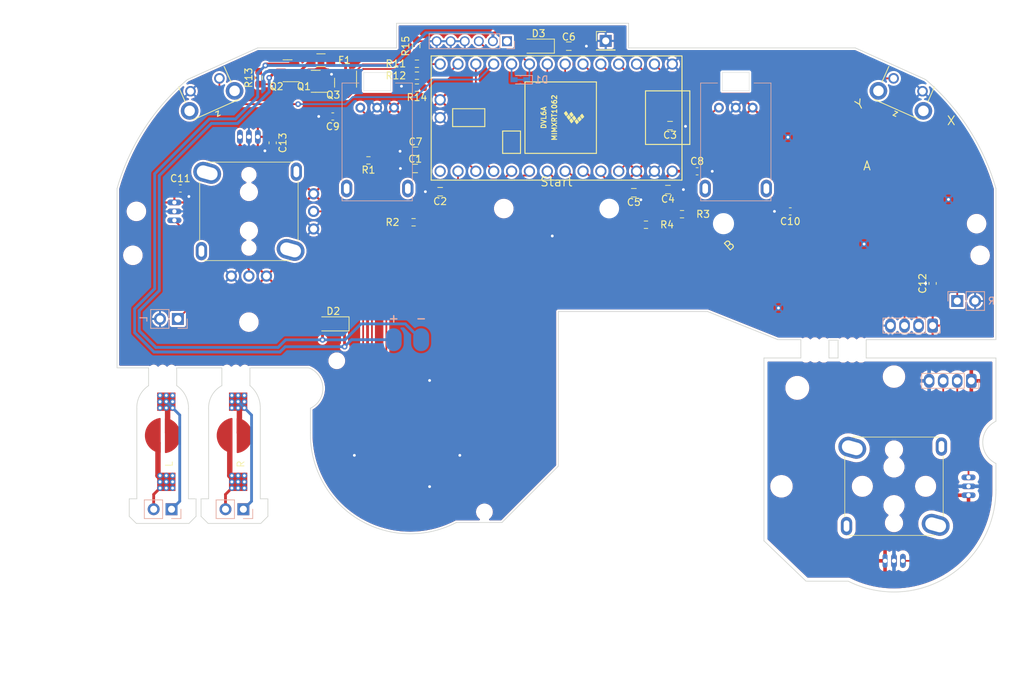
<source format=kicad_pcb>
(kicad_pcb (version 20211014) (generator pcbnew)
  (layers (0 "F.Cu" signal) (31 "B.Cu" signal) (36 "B.SilkS" user "B.Silkscreen") (37 "F.SilkS" user "F.Silkscreen") (38 "B.Mask" user) (39 "F.Mask" user) (44 "Edge.Cuts" user))
  (net 0 "")
  (net 1 "GND")
  (net 2 "+3V3")
  (net 3 "/C_x")
  (net 4 "/C_y")
  (net 5 "/A")
  (net 6 "/B")
  (net 7 "/X")
  (net 8 "/Y")
  (net 9 "/R")
  (net 10 "/Start")
  (net 11 "/Z")
  (net 12 "/Dleft")
  (net 13 "/Dup")
  (net 14 "/Dright")
  (net 15 "/Ddown")
  (net 16 "/Lanalog")
  (net 17 "/Ranalog")
  (net 18 "/Stick_x")
  (net 19 "/Stick_y")
  (net 20 "/L")
  (net 21 "/Stick_x_filt")
  (net 22 "/Stick_y_filt")
  (net 23 "+5V")
  (net 25 "/Rumble")
  (net 27 "/C_x_filt")
  (net 28 "/C_y_filt")
  (net 29 "Net-(Q1-Pad1)")
  (net 30 "Net-(C6-Pad1)")
  (net 31 "Net-(F1-Pad2)")
  (net 32 "Net-(Q1-Pad3)")
  (net 33 "/Brake")
  (net 34 "Net-(Q3-Pad1)")
  (net 35 "Net-(D2-Pad2)")
  (net 36 "/Data")
  (net 37 "unconnected-(U1-Pad11)")
  (net 38 "VCC")
  (net 39 "Net-(J4-Pad2)")
  (net 40 "Net-(J4-Pad3)")
  (net 41 "Net-(J6-Pad1)")
  (net 42 "Net-(J6-Pad2)")
  (net 43 "Net-(J7-Pad1)")
  (net 44 "Net-(J7-Pad2)")
  (footprint "PhobGCC_Footprints:ABXY_Contact_Omron_Switch" (layer "F.Cu") (at 153.5 46.6)
    (fp_text reference "SW1" hide)
    (fp_text value "A")
  )
  (footprint "PhobGCC_Footprints:ABXY_Contact_Omron_Switch" (layer "F.Cu") (at 138.5 56.75 41)
    (fp_text reference "SW2" hide)
    (fp_text value "B")
  )
  (footprint "PhobGCC_Footprints:Dpad_Contact_TL3315NF_2" (layer "F.Cu") (at 81.25 77.75 180)
    (fp_text reference "SW9" hide)
    (fp_text value "Dleft" hide)
  )
  (footprint "PhobGCC_Footprints:Dpad_Contact_TL3315NF_2" (layer "F.Cu") (at 88.75 70.25 -90)
    (fp_text reference "SW10" hide)
    (fp_text value "Dup" hide)
  )
  (footprint "PhobGCC_Footprints:Dpad_Contact_TL3315NF_2" (layer "F.Cu") (at 96.25 77.75 180)
    (fp_text reference "SW11" hide)
    (fp_text value "Dright" hide)
  )
  (footprint "PhobGCC_Footprints:Dpad_Contact_TL3315NF_2" (layer "F.Cu") (at 88.75 85.25 -90)
    (fp_text reference "SW12" hide)
    (fp_text value "Ddown" hide)
  )
  (footprint "PhobGCC_Footprints:C_0603_1608Metric_Pad1.08x0.95mm_HandSolder" (layer "F.Cu") (at 56.25 43)
    (fp_text reference "C11")
    (fp_text value "1u")
  )
  (footprint "PhobGCC_Footprints:GCC_Stickbox_2" (layer "F.Cu") (at 66 46.25)
    (fp_text reference "U2" hide)
    (fp_text value "2x DRV5053CAQLPGM Hall Effect Sensors")
  )
  (footprint "PhobGCC_Footprints:C_0603_HandSoldering" (layer "F.Cu") (at 93.2 43.45 180)
    (fp_text reference "C2")
    (fp_text value "0.047u")
  )
  (footprint "PhobGCC_Footprints:C_0603_HandSoldering" (layer "F.Cu") (at 89.65 40.15 180)
    (fp_text reference "C1")
    (fp_text value "0.047u")
  )
  (footprint "PhobGCC_Footprints:C_0603_HandSoldering" (layer "F.Cu") (at 89.7 37.7 180)
    (fp_text reference "C7")
    (fp_text value "0.047u")
  )
  (footprint "PhobGCC_Footprints:C_0603_HandSoldering" (layer "F.Cu") (at 125.9 34.05)
    (fp_text reference "C3")
    (fp_text value "0.047u")
  )
  (footprint "PhobGCC_Footprints:C_0603_HandSoldering" (layer "F.Cu") (at 125.6 43.15)
    (fp_text reference "C4")
    (fp_text value "0.047u")
  )
  (footprint "PhobGCC_Footprints:Start_Contact" (layer "F.Cu") (at 109.75 46.75)
    (fp_text reference "SW5" hide)
    (fp_text value "Start")
  )
  (footprint "PhobGCC_Footprints:ABXY_Contact_Omron_Switch" (layer "F.Cu") (at 146.5 33.75 -63)
    (fp_text reference "SW4" hide)
    (fp_text value "Y")
  )
  (footprint "PhobGCC_Footprints:PinHeader_1x01_P2.54mm_Vertical" (layer "F.Cu") (at 116.75 22)
    (fp_text reference "J3" hide)
    (fp_text value "Conn_01x01_Male")
  )
  (footprint "PhobGCC_Footprints:Teensy40_Edge_Pins" (layer "F.Cu") (at 109.71 32.92 180)
    (fp_text reference "U1" hide)
    (fp_text value "Teensy4.0")
  )
  (footprint "PhobGCC_Footprints:MountingHole_2.2mm" (layer "F.Cu") (at 50 46.25)
    (fp_text reference "H8" hide)
    (fp_text value "2.2mm")
  )
  (footprint "PhobGCC_Footprints:ABXY_Contact_Omron_Switch" (layer "F.Cu") (at 165.5 40.25)
    (fp_text reference "SW3" hide)
    (fp_text value "X")
  )
  (footprint "PhobGCC_Footprints:C_0603_HandSoldering" (layer "F.Cu") (at 120.75 43.6)
    (fp_text reference "C5")
    (fp_text value "0.047u")
  )
  (footprint "PhobGCC_Footprints:R_0603_1608Metric_Pad0.98x0.95mm_HandSolder" (layer "F.Cu") (at 89.425 47.8 180)
    (fp_text reference "R2")
    (fp_text value "2k")
  )
  (footprint "PhobGCC_Footprints:R_0603_1608Metric_Pad0.98x0.95mm_HandSolder" (layer "F.Cu") (at 83 39 180)
    (fp_text reference "R1")
    (fp_text value "2k")
  )
  (footprint "PhobGCC_Footprints:C_0603_HandSoldering" (layer "F.Cu") (at 111.5 22.75)
    (fp_text reference "C6")
    (fp_text value "10u")
  )
  (footprint "PhobGCC_Footprints:C_0603_1608Metric_Pad1.08x0.95mm_HandSolder" (layer "F.Cu") (at 129.75 40.55)
    (fp_text reference "C8")
    (fp_text value "1u")
  )
  (footprint "PhobGCC_Footprints:C_0603_1608Metric_Pad1.08x0.95mm_HandSolder" (layer "F.Cu") (at 163.25 56.5 90)
    (fp_text reference "C12")
    (fp_text value "1u")
  )
  (footprint "PhobGCC_Footprints:C_0603_1608Metric_Pad1.08x0.95mm_HandSolder" (layer "F.Cu") (at 143 46.25 180)
    (fp_text reference "C10")
    (fp_text value "1u")
  )
  (footprint "PhobGCC_Footprints:Fuse_1206_3216Metric" (layer "F.Cu") (at 76.25 24.75)
    (fp_text reference "F1")
    (fp_text value "Fuse")
  )
  (footprint "PhobGCC_Footprints:MountingHole_2.2mm" (layer "F.Cu") (at 66 62)
    (fp_text reference "H8" hide)
    (fp_text value "2.2mm")
  )
  (footprint "PhobGCC_Footprints:R_0603_1608Metric_Pad0.98x0.95mm_HandSolder" (layer "F.Cu") (at 89.9 28.65)
    (fp_text reference "R14")
    (fp_text value "10k")
  )
  (footprint "PhobGCC_Footprints:C_0603_1608Metric_Pad1.08x0.95mm_HandSolder" (layer "F.Cu") (at 69.38125 36.5 -90)
    (fp_text reference "C13")
    (fp_text value "1u")
  )
  (footprint "PhobGCC_Footprints:Trigger_Contact" (layer "F.Cu") (at 53.753 78.129957 -90)
    (fp_text reference "SW13" hide)
    (fp_text value "L")
  )
  (footprint "PhobGCC_Footprints:MountingHole_2.2mm" (layer "F.Cu") (at 169.5 48)
    (fp_text reference "H8" hide)
    (fp_text value "2.2mm")
  )
  (footprint "PhobGCC_Footprints:breakaway-mousebites-double" (layer "F.Cu") (at 53.5 68.502107 180)
    (fp_text reference "H17" hide)
    (fp_text value "MouseBiteRA" hide)
    (fp_line (start -2.233 -2.537893) (end -2.233 0.002107) (layer "Edge.Cuts") (width 0.1))
    (fp_line (start 1.767 -2.537893) (end 1.767 0.002107) (layer "Edge.Cuts") (width 0.1))
  )
  (footprint "PhobGCC_Footprints:MountingHole_1.8mm" (layer "F.Cu") (at 78.5 67.5)
    (fp_text reference "H10" hide)
    (fp_text value "MountingHole")
  )
  (footprint "PhobGCC_Footprints:R_0603_1608Metric_Pad0.98x0.95mm_HandSolder" (layer "F.Cu") (at 127.6 46.65)
    (fp_text reference "R3")
    (fp_text value "2k")
  )
  (footprint "PhobGCC_Footprints:Trigger_Contact" (layer "F.Cu") (at 63.966 78.129957 -90)
    (fp_text reference "SW14" hide)
    (fp_text value "R")
  )
  (footprint "PhobGCC_Footprints:R_0603_1608Metric_Pad0.98x0.95mm_HandSolder" (layer "F.Cu") (at 122.475 48.15)
    (fp_text reference "R4")
    (fp_text value "2k")
  )
  (footprint "PhobGCC_Footprints:D_SOD-123" (layer "F.Cu") (at 107.197 22.75 180)
    (fp_text reference "D3")
    (fp_text value "M7C")
  )
  (footprint "PhobGCC_Footprints:MountingHole_2.2mm" (layer "F.Cu") (at 117.25 45.85)
    (fp_text reference "H8" hide)
    (fp_text value "2.2mm")
  )
  (footprint "PhobGCC_Footprints:MountingHole_1.8mm" (layer "F.Cu") (at 99.5 89)
    (fp_text reference "H10" hide)
    (fp_text value "MountingHole")
  )
  (footprint "PhobGCC_Footprints:SOT-23" (layer "F.Cu") (at 79.75 27.95 -90)
    (fp_text reference "Q3")
    (fp_text value "Q_NMOS_GSD")
  )
  (footprint "PhobGCC_Footprints:R_0603_1608Metric_Pad0.98x0.95mm_HandSolder" (layer "F.Cu") (at 67.3875 27.25 90)
    (fp_text reference "R13")
    (fp_text value "10k")
  )
  (footprint "PhobGCC_Footprints:R_0603_1608Metric_Pad0.98x0.95mm_HandSolder" (layer "F.Cu") (at 89.8 22.7375 -90)
    (fp_text reference "R15")
    (fp_text value "10k")
  )
  (footprint "PhobGCC_Footprints:MountingHole_2.4mm" (layer "F.Cu") (at 144 71.354382)
    (fp_text reference "H7" hide)
    (fp_text value "2.4mm")
  )
  (footprint "PhobGCC_Footprints:MountingHole_2.2mm" (layer "F.Cu") (at 170 52.5)
    (fp_text reference "H8" hide)
    (fp_text value "2.2mm")
  )
  (footprint "PhobGCC_Footprints:GCC_Stickbox_Hall_Only" (layer "F.Cu") (at 157.75 85.354382 180)
    (fp_text reference "U5" hide)
    (fp_text value "Stickbox_Assembly")
  )
  (footprint "PhobGCC_Footprints:breakaway-mousebites-double" (layer "F.Cu") (at 63.916497 68.502107 180)
    (fp_text reference "H16" hide)
    (fp_text value "MouseBiteLA" hide)
    (fp_line (start -2.233 -2.537893) (end -2.233 0.002107) (layer "Edge.Cuts") (width 0.1))
    (fp_line (start 1.767 -2.537893) (end 1.767 0.002107) (layer "Edge.Cuts") (width 0.1))
  )
  (footprint "PhobGCC_Footprints:MountingHole_2.2mm" (layer "F.Cu") (at 157.75 69.75)
    (fp_text reference "H8" hide)
    (fp_text value "2.2mm")
  )
  (footprint "PhobGCC_Footprints:MountingHole_2.4mm" (layer "F.Cu") (at 133.5 48)
    (fp_text reference "H7" hide)
    (fp_text value "2.4mm")
  )
  (footprint "PhobGCC_Footprints:SOT-23" (layer "F.Cu") (at 75.5 27.75 180)
    (fp_text reference "Q1")
    (fp_text value "Q_NMOS_GSD")
  )
  (footprint "PhobGCC_Footprints:MountingHole_2.2mm" (layer "F.Cu") (at 49.5 52.5)
    (fp_text reference "H8" hide)
    (fp_text value "2.2mm")
  )
  (footprint "PhobGCC_Footprints:MountingHole_2.2mm" (layer "F.Cu") (at 102.25 45.85)
    (fp_text reference "H8" hide)
    (fp_text value "2.2mm")
  )
  (footprint "PhobGCC_Footprints:D_SOD-123" (layer "F.Cu") (at 78 62.25 180)
    (fp_text reference "D2")
    (fp_text value "M7C")
  )
  (footprint "PhobGCC_Footprints:C_0603_1608Metric_Pad1.08x0.95mm_HandSolder" (layer "F.Cu") (at 77.93125 32.75 180)
    (fp_text reference "C9")
    (fp_text value "1u")
  )
  (footprint "PhobGCC_Footprints:MountingHole_2.0mm" (layer "F.Cu") (at 153.25 85.354382)
    (fp_text reference "H13" hide)
    (fp_text value "MountingHole")
  )
  (footprint "PhobGCC_Footprints:Z_Switch_Edge_Omron" (layer "F.Cu") (at 59.75 28.25 24)
    (fp_text reference "SW8" hide)
    (fp_text value "Z")
  )
  (footprint "PhobGCC_Footprints:R_0603_1608Metric_Pad0.98x0.95mm_HandSolder" (layer "F.Cu") (at 89.9 25.25 180)
    (fp_text reference "R11")
    (fp_text value "100R")
  )
  (footprint "PhobGCC_Footprints:Z_Switch_Edge_Omron" (layer "F.Cu") (at 159.75 28.25 -24)
    (fp_text reference "SW8" hide)
    (fp_text value "Z")
  )
  (footprint "PhobGCC_Footprints:MountingHole_2.0mm" (layer "F.Cu") (at 162.25 85.354382)
    (fp_text reference "H12" hide)
    (fp_text value "MountingHole")
  )
  (footprint "PhobGCC_Footprints:SOT-23" (layer "F.Cu") (at 71.5 26.25 180)
    (fp_text reference "Q2")
    (fp_text value "Q_PMOS_GDS")
  )
  (footprint "PhobGCC_Footprints:R_0603_1608Metric_Pad0.98x0.95mm_HandSolder" (layer "F.Cu") (at 89.9 26.95 180)
    (fp_text reference "R12")
    (fp_text value "100R")
  )
  (footprint "PhobGCC_Footprints:MountingHole_2.2mm" (layer "F.Cu") (at 141.75 85.354382)
    (fp_text reference "H8" hide)
    (fp_text value "2.2mm")
  )
  (footprint "PhobGCC_Footprints:Pin_Header_Straight_1x02_Pitch2.54mm" (layer "B.Cu") (at 55.9 61.55 90)
    (fp_text reference "SW6" hide)
    (fp_text value "L")
  )
  (footprint "PhobGCC_Footprints:Pin_Header_Straight_1x02_Pitch2.54mm" (layer "B.Cu") (at 166.75 59 -90)
    (fp_text reference "SW7" hide)
    (fp_text value "R")
  )
  (footprint "PhobGCC_Footprints:GCC_Slider" (layer "B.Cu") (at 135.25 31.5 180)
    (fp_text reference "RV2" hide)
    (fp_text value "R_POT_MountingPin")
  )
  (footprint "PhobGCC_Footprints:GCC_Slider" (layer "B.Cu") (at 84.25 31.5 180)
    (fp_text reference "RV1" hide)
    (fp_text value "R_POT_MountingPin")
  )
  (footprint "PhobGCC_Footprints:PinHeader_1x04_P2.00mm_Vertical" (layer "B.Cu") (at 163.25 62.5 90)
    (fp_text reference "J2" hide)
    (fp_text value "Conn_01x04_Female")
  )
  (footprint "PhobGCC_Footprints:GCC_Header_Straight_1x06_Pitch2.00mm" (layer "B.Cu") (at 102.7 22.05 90)
    (fp_text reference "J1" hide)
    (fp_text value "Conn_01x06_Female")
  )
  (footprint "PhobGCC_Footprints:PinHeader_1x04_P2.00mm_Vertical" (layer "B.Cu") (at 168.75 70.354382 90)
    (fp_text reference "J4" hide)
    (fp_text value "Conn_01x04_Male")
  )
  (footprint "PhobGCC_Footprints:Pin_Header_Straight_1x02_Pitch2.54mm" (layer "B.Cu") (at 54.997997 88.614957 90)
    (fp_text reference "J6" hide)
    (fp_text value "L" hide)
  )
  (footprint "PhobGCC_Footprints:breakaway-mousebites-double" (layer "B.Cu") (at 151.568 67.102275 180)
    (fp_text reference "H14" hide)
    (fp_text value "MouseBite" hide)
    (fp_line (start -2.233 2.537893) (end -2.233 -0.002107) (layer "Edge.Cuts") (width 0.1))
    (fp_line (start 1.767 2.537893) (end 1.767 -0.002107) (layer "Edge.Cuts") (width 0.1))
  )
  (footprint "PhobGCC_Footprints:rumble_pins" (layer "B.Cu") (at 87.392 64.488 -90)
    (fp_text reference "J5" hide)
    (fp_text value "Rumble" hide)
  )
  (footprint "PhobGCC_Footprints:Pin_Header_Straight_1x02_Pitch2.54mm" (layer "B.Cu") (at 65.210997 88.614957 90)
    (fp_text reference "J7" hide)
    (fp_text value "R" hide)
  )
  (footprint "PhobGCC_Footprints:D_SOD-523_Shorted" (layer "B.Cu") (at 104.617 27.525 180)
    (fp_text reference "D1")
    (fp_text value "D_Schottky_Shorted")
  )
  (footprint "PhobGCC_Footprints:breakaway-mousebites-double" (layer "B.Cu") (at 146.267 67.102275 180)
    (fp_text reference "H15" hide)
    (fp_text value "MouseBite" hide)
    (fp_line (start 1.767 2.537893) (end 1.767 -0.002107) (layer "Edge.Cuts") (width 0.1))
    (fp_line (start -2.233 2.537893) (end -2.233 -0.002107) (layer "Edge.Cuts") (width 0.1))
  )
  (gr_line (start 82.35 29.1) (end 82.35 26.5) (layer "Edge.Cuts") (width 0.05))
  (gr_line (start 133.35 29.1) (end 133.35 26.5) (layer "Edge.Cuts") (width 0.05))
  (gr_arc (start 50.058 74.329957) (mid 50.464602 72.465596) (end 51.733 71.04) (layer "Edge.Cuts") (width 0.1))
  (gr_line (start 60.271 87.129957) (end 59.196 87.129957) (layer "Edge.Cuts") (width 0.1))
  (gr_line (start 110 82.5) (end 102 90.5) (layer "Edge.Cuts") (width 0.1))
  (gr_arc (start 66.149497 71.04) (mid 67.265876 72.514734) (end 67.621 74.329957) (layer "Edge.Cuts") (width 0.1))
  (gr_line (start 152.25 23) (end 162.25 27.5) (layer "Edge.Cuts") (width 0.1))
  (gr_line (start 172.25 64.5) (end 153.801 64.5) (layer "Edge.Cuts") (width 0.1))
  (gr_line (start 144.5 64.5) (end 144.5 64.564382) (layer "Edge.Cuts") (width 0.1))
  (gr_line (start 67.621 87.129957) (end 67.621 74.329957) (layer "Edge.Cuts") (width 0.1))
  (gr_line (start 68.696 89.629957) (end 68.696 87.129957) (layer "Edge.Cuts") (width 0.1))
  (gr_line (start 67.25 23) (end 57.25 27.5) (layer "Edge.Cuts") (width 0.1))
  (gr_line (start 153.801 64.5) (end 153.801 64.564382) (layer "Edge.Cuts") (width 0.1))
  (gr_line (start 133.35 26.5) (end 137.15 26.5) (layer "Edge.Cuts") (width 0.05))
  (gr_line (start 67.696 90.629957) (end 60.196 90.629957) (layer "Edge.Cuts") (width 0.1))
  (gr_line (start 48.983 89.629957) (end 49.983 90.629957) (layer "Edge.Cuts") (width 0.1))
  (gr_line (start 50.058 87.129957) (end 50.058 74.329957) (layer "Edge.Cuts") (width 0.1))
  (gr_line (start 172.25 85.854382) (end 172.25 82.104382) (layer "Edge.Cuts") (width 0.1))
  (gr_line (start 68.696 87.129957) (end 67.621 87.129957) (layer "Edge.Cuts") (width 0.1))
  (gr_line (start 86.15 29.1) (end 82.35 29.1) (layer "Edge.Cuts") (width 0.05))
  (gr_arc (start 47.25 43) (mid 51.10558 34.511664) (end 57.25 27.5) (layer "Edge.Cuts") (width 0.1))
  (gr_line (start 141.25 64.5) (end 131.25 60.5) (layer "Edge.Cuts") (width 0.1))
  (gr_line (start 87 19.5) (end 87 23) (layer "Edge.Cuts") (width 0.1))
  (gr_line (start 57.483 90.629957) (end 58.483 89.629957) (layer "Edge.Cuts") (width 0.1))
  (gr_line (start 50.058 87.129957) (end 48.983 87.129957) (layer "Edge.Cuts") (width 0.1))
  (gr_line (start 58.483 89.629957) (end 58.483 87.129957) (layer "Edge.Cuts") (width 0.1))
  (gr_arc (start 60.271 74.329957) (mid 60.738641 72.415701) (end 62.149497 71.04) (layer "Edge.Cuts") (width 0.1))
  (gr_line (start 131.25 60.5) (end 110 60.5) (layer "Edge.Cuts") (width 0.1))
  (gr_line (start 60.271 87.129957) (end 60.271 74.329957) (layer "Edge.Cuts") (width 0.1))
  (gr_line (start 151.25 98.854382) (end 145.25 98.854382) (layer "Edge.Cuts") (width 0.1))
  (gr_line (start 148.5 67.104382) (end 149.801 67.104382) (layer "Edge.Cuts") (width 0.1))
  (gr_line (start 145.25 98.854382) (end 139.25 93.104382) (layer "Edge.Cuts") (width 0.1))
  (gr_line (start 137.15 26.5) (end 137.15 29.1) (layer "Edge.Cuts") (width 0.05))
  (gr_line (start 120 23) (end 120 19.5) (layer "Edge.Cuts") (width 0.1))
  (gr_arc (start 172.25 82.104382) (mid 170.375393 79.104382) (end 172.25 76.104382) (layer "Edge.Cuts") (width 0.1))
  (gr_line (start 58.483 87.129957) (end 57.408 87.129957) (layer "Edge.Cuts") (width 0.1))
  (gr_line (start 148.5 64.564382) (end 149.801 64.564382) (layer "Edge.Cuts") (width 0.1))
  (gr_line (start 172.25 67.104382) (end 153.801 67.104339) (layer "Edge.Cuts") (width 0.1))
  (gr_line (start 74.75 74.25) (end 74.75 77.75) (layer "Edge.Cuts") (width 0.1))
  (gr_line (start 82.35 26.5) (end 86.15 26.5) (layer "Edge.Cuts") (width 0.05))
  (gr_arc (start 162.25 27.5) (mid 168.394421 34.511664) (end 172.25 43) (layer "Edge.Cuts") (width 0.1))
  (gr_arc (start 55.733 71.04) (mid 56.99342 72.46966) (end 57.408 74.329957) (layer "Edge.Cuts") (width 0.1))
  (gr_arc (start 95.5 90.5) (mid 81.510786 90.006982) (end 74.75 77.75) (layer "Edge.Cuts") (width 0.1))
  (gr_line (start 110 60.5) (end 110 82.5) (layer "Edge.Cuts") (width 0.1))
  (gr_line (start 102 90.5) (end 95.5 90.5) (layer "Edge.Cuts") (width 0.1))
  (gr_line (start 55.733 68.5) (end 62.149497 68.5) (layer "Edge.Cuts") (width 0.1))
  (gr_line (start 47.25 68.5) (end 51.733 68.5) (layer "Edge.Cuts") (width 0.1))
  (gr_line (start 120 19.5) (end 87 19.5) (layer "Edge.Cuts") (width 0.1))
  (gr_line (start 86.15 26.5) (end 86.15 29.1) (layer "Edge.Cuts") (width 0.05))
  (gr_line (start 67.696 90.629957) (end 68.696 89.629957) (layer "Edge.Cuts") (width 0.1))
  (gr_arc (start 74.5 68.5) (mid 76.526453 71.292326) (end 74.75 74.25) (layer "Edge.Cuts") (width 0.1))
  (gr_line (start 57.408 87.129957) (end 57.408 74.329957) (layer "Edge.Cuts") (width 0.1))
  (gr_line (start 137.15 29.1) (end 133.35 29.1) (layer "Edge.Cuts") (width 0.05))
  (gr_arc (start 172.25 85.854382) (mid 165.375287 98.210615) (end 151.25 98.854381) (layer "Edge.Cuts") (width 0.1))
  (gr_line (start 66.149497 68.5) (end 74.5 68.5) (layer "Edge.Cuts") (width 0.1))
  (gr_line (start 87 23) (end 67.25 23) (layer "Edge.Cuts") (width 0.1))
  (gr_line (start 57.483 90.629957) (end 49.983 90.629957) (layer "Edge.Cuts") (width 0.1))
  (gr_line (start 47.25 43) (end 47.25 68.5) (layer "Edge.Cuts") (width 0.1))
  (gr_line (start 139.25 67.104382) (end 144.5 67.104382) (layer "Edge.Cuts") (width 0.1))
  (gr_line (start 59.196 89.629957) (end 60.196 90.629957) (layer "Edge.Cuts") (width 0.1))
  (gr_line (start 48.983 89.629957) (end 48.983 87.129957) (layer "Edge.Cuts") (width 0.1))
  (gr_line (start 59.196 89.629957) (end 59.196 87.129957) (layer "Edge.Cuts") (width 0.1))
  (gr_line (start 172.25 76.104382) (end 172.25 67.104382) (layer "Edge.Cuts") (width 0.1))
  (gr_line (start 120 23) (end 152.25 23) (layer "Edge.Cuts") (width 0.1))
  (gr_line (start 141.25 64.5) (end 144.5 64.5) (layer "Edge.Cuts") (width 0.1))
  (gr_line (start 172.25 43) (end 172.25 64.5) (layer "Edge.Cuts") (width 0.1))
  (gr_line (start 139.25 93.104382) (end 139.25 67.104382) (layer "Edge.Cuts") (width 0.1))
  (segment (start 77.7 26.8) (end 76.4375 26.8) (width 0.4) (layer "F.Cu") (net 1))
  (segment (start 68.5 37.4125) (end 69.33125 37.4125) (width 0.25) (layer "F.Cu") (net 1))
  (segment (start 163.1125 55.6375) (end 162.25 56.5) (width 0.25) (layer "F.Cu") (net 1))
  (segment (start 57.1125 43) (end 57.1125 43.7875) (width 0.25) (layer "F.Cu") (net 1))
  (segment (start 126.85 34.05) (end 128 34.05) (width 0.25) (layer "F.Cu") (net 1))
  (segment (start 142.05 46.25) (end 140.75 46.25) (width 0.4) (layer "F.Cu") (net 1))
  (segment (start 90.025 22.05) (end 92.7 22.05) (width 0.25) (layer "F.Cu") (net 1))
  (segment (start 87.9 28.65) (end 87.7 28.45) (width 0.25) (layer "F.Cu") (net 1))
  (segment (start 69.23125 37.3) (end 69.28125 37.25) (width 0.25) (layer "F.Cu") (net 1))
  (segment (start 128 34.05) (end 128.1 34.15) (width 0.25) (layer "F.Cu") (net 1))
  (segment (start 112.45 22.75) (end 114 22.75) (width 0.4) (layer "F.Cu") (net 1))
  (segment (start 87.5 37.7) (end 88.75 37.7) (width 0.25) (layer "F.Cu") (net 1))
  (segment (start 77.7875 26.75) (end 78.05 27.0125) (width 0.4) (layer "F.Cu") (net 1))
  (segment (start 126.55 43.15) (end 127.800002 43.15) (width 0.25) (layer "F.Cu") (net 1))
  (segment (start 92.25 43.45) (end 91.100002 43.45) (width 0.25) (layer "F.Cu") (net 1))
  (segment (start 78.05 27.0125) (end 78.8 27.0125) (width 0.4) (layer "F.Cu") (net 1))
  (segment (start 121.75 43.65) (end 121.7 43.6) (width 0.25) (layer "F.Cu") (net 1))
  (segment (start 88.7 40.15) (end 87.550002 40.15) (width 0.25) (layer "F.Cu") (net 1))
  (segment (start 77.75 26.75) (end 77.7 26.8) (width 0.4) (layer "F.Cu") (net 1))
  (segment (start 77.75 26.75) (end 77.7875 26.75) (width 0.4) (layer "F.Cu") (net 1))
  (segment (start 121.75 44.6) (end 121.75 43.65) (width 0.25) (layer "F.Cu") (net 1))
  (segment (start 131.9 40.55) (end 130.7 40.55) (width 0.4) (layer "F.Cu") (net 1))
  (segment (start 88.9875 28.65) (end 87.9 28.65) (width 0.25) (layer "F.Cu") (net 1))
  (segment (start 77.06875 32.75) (end 75.93125 32.75) (width 0.25) (layer "F.Cu") (net 1))
  (segment (start 57.1125 43.7875) (end 57.4625 44.1375) (width 0.25) (layer "F.Cu") (net 1))
  (via (at 96 80.95) (size 0.8) (drill 0.4) (layers "F.Cu" "B.Cu") (net 1))
  (via (at 68.275 37.6375) (size 0.8) (drill 0.4) (layers "F.Cu" "B.Cu") (net 1))
  (via (at 87.5 37.7) (size 0.8) (drill 0.4) (layers "F.Cu" "B.Cu") (net 1))
  (via (at 77.75 26.75) (size 0.8) (drill 0.4) (layers "F.Cu" "B.Cu") (net 1))
  (via (at 121.75 44.6) (size 0.8) (drill 0.4) (layers "F.Cu" "B.Cu") (net 1))
  (via (at 57.4625 44.1375) (size 0.8) (drill 0.4) (layers "F.Cu" "B.Cu") (net 1))
  (via (at 140.75 46.25) (size 0.8) (drill 0.4) (layers "F.Cu" "B.Cu") (net 1))
  (via (at 91.100002 43.45) (size 0.8) (drill 0.4) (layers "F.Cu" "B.Cu") (net 1))
  (via (at 109.15 49.75) (size 0.8) (drill 0.4) (layers "F.Cu" "B.Cu") (net 1))
  (via (at 91.7 85.4) (size 0.8) (drill 0.4) (layers "F.Cu" "B.Cu") (net 1))
  (via (at 75.93125 32.75) (size 0.8) (drill 0.4) (layers "F.Cu" "B.Cu") (net 1))
  (via (at 127.800002 43.15) (size 0.8) (drill 0.4) (layers "F.Cu" "B.Cu") (net 1))
  (via (at 87.7 28.45) (size 0.8) (drill 0.4) (layers "F.Cu" "B.Cu") (net 1))
  (via (at 128.1 34.15) (size 0.8) (drill 0.4) (layers "F.Cu" "B.Cu") (net 1))
  (via (at 91.7 70.3) (size 0.8) (drill 0.4) (layers "F.Cu" "B.Cu") (net 1))
  (via (at 114 22.75) (size 0.8) (drill 0.4) (layers "F.Cu" "B.Cu") (net 1))
  (via (at 87.550002 40.15) (size 0.8) (drill 0.4) (layers "F.Cu" "B.Cu") (net 1))
  (via (at 131.9 40.55) (size 0.8) (drill 0.4) (layers "F.Cu" "B.Cu") (net 1))
  (via (at 162.25 56.5) (size 0.8) (drill 0.4) (layers "F.Cu" "B.Cu") (net 1))
  (via (at 81 80.95) (size 0.8) (drill 0.4) (layers "F.Cu" "B.Cu") (net 1))
  (segment (start 136.186785 45.25) (end 150.686785 59.75) (width 0.25) (layer "F.Cu") (net 3))
  (segment (start 129.9125 45.25) (end 136.186785 45.25) (width 0.25) (layer "F.Cu") (net 3))
  (segment (start 150.686785 59.75) (end 159.35 59.75) (width 0.25) (layer "F.Cu") (net 3))
  (segment (start 159.35 59.75) (end 161.25 61.65) (width 0.25) (layer "F.Cu") (net 3))
  (segment (start 128.5125 46.65) (end 129.9125 45.25) (width 0.25) (layer "F.Cu") (net 3))
  (segment (start 161.25 61.65) (end 161.25 62.5) (width 0.25) (layer "F.Cu") (net 3))
  (segment (start 130 50.75) (end 140.980357 50.75) (width 0.25) (layer "F.Cu") (net 4))
  (segment (start 150.479877 60.24952) (end 158.49952 60.24952) (width 0.25) (layer "F.Cu") (net 4))
  (segment (start 158.49952 60.24952) (end 159.25 61) (width 0.25) (layer "F.Cu") (net 4))
  (segment (start 140.980357 50.75) (end 150.479877 60.24952) (width 0.25) (layer "F.Cu") (net 4))
  (segment (start 127.4 48.15) (end 130 50.75) (width 0.25) (layer "F.Cu") (net 4))
  (segment (start 123.3875 48.15) (end 127.4 48.15) (width 0.25) (layer "F.Cu") (net 4))
  (segment (start 159.25 61) (end 159.25 62.5) (width 0.25) (layer "F.Cu") (net 4))
  (segment (start 153.5 42.4) (end 151.4 40.3) (width 0.25) (layer "F.Cu") (net 5))
  (segment (start 137 38.55) (end 137 36.343572) (width 0.25) (layer "F.Cu") (net 5))
  (segment (start 116.719006 28.499006) (end 113.52 25.3) (width 0.25) (layer "F.Cu") (net 5))
  (segment (start 131.120261 29.5) (end 130.119267 28.499006) (width 0.25) (layer "F.Cu") (net 5))
  (segment (start 140 31.75) (end 137.75 29.5) (width 0.25) (layer "F.Cu") (net 5))
  (segment (start 137 36.343572) (end 140 33.343572) (width 0.25) (layer "F.Cu") (net 5))
  (segment (start 140 33.343572) (end 140 31.75) (width 0.25) (layer "F.Cu") (net 5))
  (segment (start 151.4 40.3) (end 138.75 40.3) (width 0.25) (layer "F.Cu") (net 5))
  (segment (start 130.119267 28.499006) (end 116.719006 28.499006) (width 0.25) (layer "F.Cu") (net 5))
  (segment (start 137.75 29.5) (end 131.120261 29.5) (width 0.25) (layer "F.Cu") (net 5))
  (segment (start 138.75 40.3) (end 137 38.55) (width 0.25) (layer "F.Cu") (net 5))
  (segment (start 127.85 49.35) (end 130.5 52) (width 0.25) (layer "F.Cu") (net 6))
  (segment (start 114.5 47) (end 116.85 49.35) (width 0.25) (layer "F.Cu") (net 6))
  (segment (start 130.5 52) (end 134.164332 52) (width 0.25) (layer "F.Cu") (net 6))
  (segment (start 116.85 49.35) (end 127.85 49.35) (width 0.25) (layer "F.Cu") (net 6))
  (segment (start 114.5 43.6875) (end 114.5 47) (width 0.25) (layer "F.Cu") (net 6))
  (segment (start 134.164332 52) (end 135.744552 53.58022) (width 0.25) (layer "F.Cu") (net 6))
  (segment (start 111.3525 40.54) (end 114.5 43.6875) (width 0.25) (layer "F.Cu") (net 6))
  (segment (start 110.98 40.54) (end 111.3525 40.54) (width 0.25) (layer "F.Cu") (net 6))
  (segment (start 165.5 36.05) (end 164.7 35.25) (width 0.25) (layer "F.Cu") (net 7))
  (segment (start 129.912155 26.999958) (end 122.839958 26.999958) (width 0.25) (layer "F.Cu") (net 7))
  (segment (start 164.7 35.25) (end 157.25 35.25) (width 0.25) (layer "F.Cu") (net 7))
  (segment (start 146.99952 24.99952) (end 131.912593 24.99952) (width 0.25) (layer "F.Cu") (net 7))
  (segment (start 122.839958 26.999958) (end 121.14 25.3) (width 0.25) (layer "F.Cu") (net 7))
  (segment (start 157.25 35.25) (end 146.99952 24.99952) (width 0.25) (layer "F.Cu") (net 7))
  (segment (start 131.912593 24.99952) (end 129.912155 26.999958) (width 0.25) (layer "F.Cu") (net 7))
  (segment (start 120.799968 27.499968) (end 130.119267 27.499968) (width 0.25) (layer "F.Cu") (net 8))
  (segment (start 130.119267 27.499968) (end 132.120195 25.49904) (width 0.25) (layer "F.Cu") (net 8))
  (segment (start 118.6 25.3) (end 120.799968 27.499968) (width 0.25) (layer "F.Cu") (net 8))
  (segment (start 146.64904 25.49904) (end 150.242227 29.092227) (width 0.25) (layer "F.Cu") (net 8))
  (segment (start 150.242227 29.092227) (end 150.242227 31.84324) (width 0.25) (layer "F.Cu") (net 8))
  (segment (start 132.120195 25.49904) (end 146.64904 25.49904) (width 0.25) (layer "F.Cu") (net 8))
  (segment (start 140.5 28.5) (end 140.5 33.55) (width 0.25) (layer "F.Cu") (net 9))
  (segment (start 160 48) (end 166.75 54.75) (width 0.25) (layer "F.Cu") (net 9))
  (segment (start 140.5 33.55) (end 137.5 36.55) (width 0.25) (layer "F.Cu") (net 9))
  (segment (start 137.5 38.225) (end 139.07548 39.80048) (width 0.25) (layer "F.Cu") (net 9))
  (segment (start 160 44.25) (end 160 48) (width 0.25) (layer "F.Cu") (net 9))
  (segment (start 130.326176 27.999487) (end 132.327103 25.99856) (width 0.25) (layer "F.Cu") (net 9))
  (segment (start 132.327103 25.99856) (end 137.99856 25.99856) (width 0.25) (layer "F.Cu") (net 9))
  (segment (start 137.5 36.55) (end 137.5 38.225) (width 0.25) (layer "F.Cu") (net 9))
  (segment (start 166.75 54.75) (end 166.75 59) (width 0.25) (layer "F.Cu") (net 9))
  (segment (start 139.07548 39.80048) (end 155.55048 39.80048) (width 0.25) (layer "F.Cu") (net 9))
  (segment (start 137.99856 25.99856) (end 140.5 28.5) (width 0.25) (layer "F.Cu") (net 9))
  (segment (start 116.06 25.3) (end 118.759487 27.999487) (width 0.25) (layer "F.Cu") (net 9))
  (segment (start 155.55048 39.80048) (end 160 44.25) (width 0.25) (layer "F.Cu") (net 9))
  (segment (start 118.759487 27.999487) (end 130.326176 27.999487) (width 0.25) (layer "F.Cu") (net 9))
  (segment (start 110.35 42.45) (end 110.35 43.65) (width 0.25) (layer "F.Cu") (net 10))
  (segment (start 108.44 40.54) (end 110.35 42.45) (width 0.25) (layer "F.Cu") (net 10))
  (segment (start 131.705685 24.5) (end 129.705737 26.499948) (width 0.25) (layer "F.Cu") (net 11))
  (segment (start 156.084843 27.334843) (end 153.25 24.5) (width 0.25) (layer "F.Cu") (net 11))
  (segment (start 153.25 24.5) (end 131.705685 24.5) (width 0.25) (layer "F.Cu") (net 11))
  (segment (start 157.694523 27.334843) (end 156.084843 27.334843) (width 0.25) (layer "F.Cu") (net 11))
  (segment (start 129.705737 26.499948) (end 124.879948 26.499948) (width 0.25) (layer "F.Cu") (net 11))
  (segment (start 124.879948 26.499948) (end 123.68 25.3) (width 0.25) (layer "F.Cu") (net 11))
  (segment (start 101.685969 42.214031) (end 103.36 40.54) (width 0.25) (layer "F.Cu") (net 12))
  (segment (start 99.342397 42.214031) (end 101.685969 42.214031) (width 0.25) (layer "F.Cu") (net 12))
  (segment (start 81.25 74.55) (end 82.25 73.55) (width 0.25) (layer "F.Cu") (net 12))
  (segment (start 82.25 73.55) (end 82.25 59.306428) (width 0.25) (layer "F.Cu") (net 12))
  (segment (start 82.25 59.306428) (end 99.342397 42.214031) (width 0.25) (layer "F.Cu") (net 12))
  (segment (start 99.756213 43.213071) (end 85.55 57.419284) (width 0.25) (layer "F.Cu") (net 13))
  (segment (start 105.09952 41.15) (end 105.099519 41.167919) (width 0.25) (layer "F.Cu") (net 13))
  (segment (start 85.55 57.419284) (end 85.55 70.25) (width 0.25) (layer "F.Cu") (net 13))
  (segment (start 103.054367 43.213071) (end 99.756213 43.213071) (width 0.25) (layer "F.Cu") (net 13))
  (segment (start 105.9 41.15) (end 105.09952 41.15) (width 0.25) (layer "F.Cu") (net 13))
  (segment (start 105.099519 41.167919) (end 103.054367 43.213071) (width 0.25) (layer "F.Cu") (net 13))
  (segment (start 96.25 74.55) (end 96.25 47.425712) (width 0.25) (layer "F.Cu") (net 14))
  (segment (start 96.25 47.425712) (end 99.963122 43.71259) (width 0.25) (layer "F.Cu") (net 14))
  (segment (start 99.963122 43.71259) (end 104.38842 43.71259) (width 0.25) (layer "F.Cu") (net 14))
  (segment (start 104.38842 43.71259) (end 107.2 40.90101) (width 0.25) (layer "F.Cu") (net 14))
  (segment (start 107.2 40.90101) (end 107.2 31.95) (width 0.25) (layer "F.Cu") (net 14))
  (segment (start 107.2 31.95) (end 110.98 28.17) (width 0.25) (layer "F.Cu") (net 14))
  (segment (start 110.98 28.17) (end 110.98 25.3) (width 0.25) (layer "F.Cu") (net 14))
  (segment (start 85.55 80.95) (end 85.55 85.25) (width 0.25) (layer "F.Cu") (net 15))
  (segment (start 104.6 31.85) (end 104.6 40.96101) (width 0.25) (layer "F.Cu") (net 15))
  (segment (start 108.44 25.3) (end 108.44 28.01) (width 0.25) (layer "F.Cu") (net 15))
  (segment (start 108.44 28.01) (end 104.6 31.85) (width 0.25) (layer "F.Cu") (net 15))
  (segment (start 86.25 75.25) (end 86.25 80.25) (width 0.25) (layer "F.Cu") (net 15))
  (segment (start 102.847459 42.713551) (end 99.549305 42.713551) (width 0.25) (layer "F.Cu") (net 15))
  (segment (start 86.25 80.25) (end 85.55 80.95) (width 0.25) (layer "F.Cu") (net 15))
  (segment (start 104.6 40.96101) (end 102.847459 42.713551) (width 0.25) (layer "F.Cu") (net 15))
  (segment (start 83.5 58.762856) (end 83.5 72.5) (width 0.25) (layer "F.Cu") (net 15))
  (segment (start 99.549305 42.713551) (end 83.5 58.762856) (width 0.25) (layer "F.Cu") (net 15))
  (segment (start 83.5 72.5) (end 86.25 75.25) (width 0.25) (layer "F.Cu") (net 15))
  (segment (start 81.85 31.675) (end 87.025 36.85) (width 0.25) (layer "F.Cu") (net 16))
  (segment (start 90.65 36.85) (end 97.13 36.85) (width 0.25) (layer "F.Cu") (net 16))
  (segment (start 90.65 36.85) (end 90.65 37.7) (width 0.25) (layer "F.Cu") (net 16))
  (segment (start 97.13 36.85) (end 100.82 40.54) (width 0.25) (layer "F.Cu") (net 16))
  (segment (start 87.025 36.85) (end 90.65 36.85) (width 0.25) (layer "F.Cu") (net 16))
  (segment (start 81.85 31.5) (end 81.85 31.675) (width 0.25) (layer "F.Cu") (net 16))
  (segment (start 123.99 35.15) (end 118.6 40.54) (width 0.25) (layer "F.Cu") (net 17))
  (segment (start 129 35.15) (end 124.99 35.15) (width 0.25) (layer "F.Cu") (net 17))
  (segment (start 132.65 31.5) (end 129 35.15) (width 0.25) (layer "F.Cu") (net 17))
  (segment (start 124.95 35.11) (end 124.99 35.15) (width 0.25) (layer "F.Cu") (net 17))
  (segment (start 132.85 31.5) (end 132.65 31.5) (width 0.25) (layer "F.Cu") (net 17))
  (segment (start 124.95 34.05) (end 124.95 35.11) (width 0.25) (layer "F.Cu") (net 17))
  (segment (start 125 35.15) (end 123.99 35.15) (width 0.25) (layer "F.Cu") (net 17))
  (segment (start 70.95 39.25) (end 67.25 39.25) (width 0.25) (layer "F.Cu") (net 18))
  (segment (start 66 54.5) (end 66 55.45) (width 0.25) (layer "F.Cu") (net 18))
  (segment (start 82.0875 39) (end 74.4 39) (width 0.25) (layer "F.Cu") (net 18))
  (segment (start 74.4 39) (end 73.9 38.5) (width 0.25) (layer "F.Cu") (net 18))
  (segment (start 73.9 38.5) (end 71.7 38.5) (width 0.25) (layer "F.Cu") (net 18))
  (segment (start 64.75 36.75) (end 63.5 38) (width 0.25) (layer "F.Cu") (net 18))
  (segment (start 64.73 36.75) (end 64.73 35.65) (width 0.25) (layer "F.Cu") (net 18))
  (segment (start 67.25 39.25) (end 64.75 36.75) (width 0.25) (layer "F.Cu") (net 18))
  (segment (start 63.5 52) (end 66 54.5) (width 0.25) (layer "F.Cu") (net 18))
  (segment (start 71.7 38.5) (end 70.95 39.25) (width 0.25) (layer "F.Cu") (net 18))
  (segment (start 63.5 38) (end 63.5 52) (width 0.25) (layer "F.Cu") (net 18))
  (segment (start 60.4 57.25) (end 74.5 57.25) (width 0.25) (layer "F.Cu") (net 19))
  (segment (start 56.75 48.87) (end 56.75 53.6) (width 0.25) (layer "F.Cu") (net 19))
  (segment (start 76.5 46.25) (end 79.6 49.35) (width 0.25) (layer "F.Cu") (net 19))
  (segment (start 75.2 46.25) (end 76.5 46.25) (width 0.25) (layer "F.Cu") (net 19))
  (segment (start 56.75 53.6) (end 60.4 57.25) (width 0.25) (layer "F.Cu") (net 19))
  (segment (start 74.5 57.25) (end 79.6 52.15) (width 0.25) (layer "F.Cu") (net 19))
  (segment (start 81.2 47.8) (end 79.6 49.4) (width 0.25) (layer "F.Cu") (net 19))
  (segment (start 79.6 49.35) (end 79.6 49.4) (width 0.25) (layer "F.Cu") (net 19))
  (segment (start 79.6 52.15) (end 79.6 49.4) (width 0.25) (layer "F.Cu") (net 19))
  (segment (start 55.4 47.52) (end 56.75 48.87) (width 0.25) (layer "F.Cu") (net 19))
  (segment (start 88.5125 47.8) (end 81.2 47.8) (width 0.25) (layer "F.Cu") (net 19))
  (segment (start 91.9 48.95) (end 85.8 48.95) (width 0.25) (layer "F.Cu") (net 20))
  (segment (start 98.28 25.3) (end 98.28 27.93) (width 0.25) (layer "F.Cu") (net 20))
  (segment (start 102.1 31.75) (end 102.1 40.92101) (width 0.25) (layer "F.Cu") (net 20))
  (segment (start 98.28 27.93) (end 102.1 31.75) (width 0.25) (layer "F.Cu") (net 20))
  (segment (start 102.1 40.92101) (end 101.306499 41.714511) (width 0.25) (layer "F.Cu") (net 20))
  (segment (start 58.7 58.75) (end 55.9 61.55) (width 0.25) (layer "F.Cu") (net 20))
  (segment (start 76 58.75) (end 58.7 58.75) (width 0.25) (layer "F.Cu") (net 20))
  (segment (start 85.8 48.95) (end 76 58.75) (width 0.25) (layer "F.Cu") (net 20))
  (segment (start 101.306499 41.714511) (end 99.135489 41.714511) (width 0.25) (layer "F.Cu") (net 20))
  (segment (start 99.135489 41.714511) (end 91.9 48.95) (width 0.25) (layer "F.Cu") (net 20))
  (segment (start 90.6 38.95) (end 91.45 38.95) (width 0.25) (layer "F.Cu") (net 21))
  (segment (start 96.69 38.95) (end 98.28 40.54) (width 0.25) (layer "F.Cu") (net 21))
  (segment (start 91.45 38.95) (end 96.69 38.95) (width 0.25) (layer "F.Cu") (net 21))
  (segment (start 83.9625 38.95) (end 90.6 38.95) (width 0.25) (layer "F.Cu") (net 21))
  (segment (start 83.9125 39) (end 83.9625 38.95) (width 0.25) (layer "F.Cu") (net 21))
  (segment (start 90.6 40.15) (end 90.6 38.95) (width 0.25) (layer "F.Cu") (net 21))
  (segment (start 95.74 40.54) (end 95.74 43.51) (width 0.25) (layer "F.Cu") (net 22))
  (segment (start 91.95 47.8) (end 95.74 44.01) (width 0.25) (layer "F.Cu") (net 22))
  (segment (start 90.3375 47.8) (end 91.95 47.8) (width 0.25) (layer "F.Cu") (net 22))
  (segment (start 94.15 43.45) (end 95.68 43.45) (width 0.25) (layer "F.Cu") (net 22))
  (segment (start 95.74 44.01) (end 95.74 43.51) (width 0.25) (layer "F.Cu") (net 22))
  (segment (start 95.68 43.45) (end 95.74 43.51) (width 0.25) (layer "F.Cu") (net 22))
  (segment (start 103.647 20.85) (end 105.547 22.75) (width 0.4) (layer "F.Cu") (net 23))
  (segment (start 68.339931 25.494919) (end 67.49735 26.3375) (width 0.25) (layer "F.Cu") (net 23))
  (segment (start 100.7 22.05) (end 100.7 21.05) (width 0.4) (layer "F.Cu") (net 23))
  (segment (start 67.49735 26.3375) (end 67.3875 26.3375) (width 0.25) (layer "F.Cu") (net 23))
  (segment (start 100.7 21.060051) (end 100.910051 20.85) (width 0.4) (layer "F.Cu") (net 23))
  (segment (start 79.65 62.25) (end 79.60025 62.29975) (width 0.4) (layer "F.Cu") (net 23))
  (segment (start 79.60025 62.29975) (end 79.60025 65.49) (width 0.4) (layer "F.Cu") (net 23))
  (segment (start 68.53485 25.3) (end 72.4375 25.3) (width 0.4) (layer "F.Cu") (net 23))
  (segment (start 100.910051 20.85) (end 103.647 20.85) (width 0.4) (layer "F.Cu") (net 23))
  (segment (start 68.339931 25.494919) (end 68.53485 25.3) (width 0.4) (layer "F.Cu") (net 23))
  (segment (start 79.60025 65.49) (end 79.61025 65.5) (width 0.4) (layer "F.Cu") (net 23))
  (via (at 68.339931 25.494919) (size 0.8) (drill 0.4) (layers "F.Cu" "B.Cu") (net 23))
  (via (at 79.61025 65.5) (size 0.8) (drill 0.4) (layers "F.Cu" "B.Cu") (net 23))
  (segment (start 86.51 25.5) (end 91.16 20.85) (width 0.4) (layer "B.Cu") (net 23))
  (segment (start 52.500001 66.25) (end 53.038081 66.249999) (width 0.4) (layer "B.Cu") (net 23))
  (segment (start 60.39952 33.10048) (end 52.60048 40.89952) (width 0.4) (layer "B.Cu") (net 23))
  (segment (start 100.7 21.04) (end 100.7 22.05) (width 0.4) (layer "B.Cu") (net 23))
  (segment (start 52.60048 57.24952) (end 49.75 60.1) (width 0.4) (layer "B.Cu") (net 23))
  (segment (start 68.339931 25.494919) (end 68.345012 25.5) (width 0.4) (layer "B.Cu") (net 23))
  (segment (start 71.16856 65.5) (end 79.61025 65.5) (width 0.4) (layer "B.Cu") (net 23))
  (segment (start 67.25 26.58485) (end 67.25 29.95644) (width 0.4) (layer "B.Cu") (net 23))
  (segment (start 79.61025 65.5) (end 80.61025 64.5) (width 0.4) (layer "B.Cu") (net 23))
  (segment (start 64.10596 33.10048) (end 60.39952 33.10048) (width 0.4) (layer "B.Cu") (net 23))
  (segment (start 68.339931 25.494919) (end 67.25 26.58485) (width 0.4) (layer "B.Cu") (net 23))
  (segment (start 70.418561 66.249999) (end 71.16856 65.5) (width 0.4) (layer "B.Cu") (net 23))
  (segment (start 53.038081 66.249999) (end 70.418561 66.249999) (width 0.4) (layer "B.Cu") (net 23))
  (segment (start 68.345012 25.5) (end 86.51 25.5) (width 0.4) (layer "B.Cu") (net 23))
  (segment (start 80.61025 64.5) (end 86.6 64.5) (width 0.4) (layer "B.Cu") (net 23))
  (segment (start 49.75 60.1) (end 49.750001 63.500001) (width 0.4) (layer "B.Cu") (net 23))
  (segment (start 67.25 29.95644) (end 64.10596 33.10048) (width 0.4) (layer "B.Cu") (net 23))
  (segment (start 49.750001 63.500001) (end 52.500001 66.25) (width 0.4) (layer "B.Cu") (net 23))
  (segment (start 52.60048 40.89952) (end 52.60048 57.24952) (width 0.4) (layer "B.Cu") (net 23))
  (segment (start 91.16 20.85) (end 100.51 20.85) (width 0.4) (layer "B.Cu") (net 23))
  (segment (start 100.51 20.85) (end 100.7 21.04) (width 0.4) (layer "B.Cu") (net 23))
  (segment (start 89.8 23.65) (end 89.8 24.2375) (width 0.25) (layer "F.Cu") (net 25))
  (segment (start 93.2 25.3) (end 90.8625 25.3) (width 0.25) (layer "F.Cu") (net 25))
  (segment (start 89.8 24.2375) (end 90.8125 25.25) (width 0.25) (layer "F.Cu") (net 25))
  (segment (start 123 43.25) (end 123 43.35) (width 0.25) (layer "F.Cu") (net 27))
  (segment (start 124.65 43.15) (end 123.2 43.15) (width 0.25) (layer "F.Cu") (net 27))
  (segment (start 116.06 40.54) (end 116.06 40.922494) (width 0.25) (layer "F.Cu") (net 27))
  (segment (start 123.2 43.15) (end 123 43.35) (width 0.25) (layer "F.Cu") (net 27))
  (segment (start 122.47452 42.72452) (end 123 43.25) (width 0.25) (layer "F.Cu") (net 27))
  (segment (start 123 44.05) (end 125.6 46.65) (width 0.25) (layer "F.Cu") (net 27))
  (segment (start 123 43.35) (end 123 44.05) (width 0.25) (layer "F.Cu") (net 27))
  (segment (start 116.06 40.922494) (end 117.862025 42.724519) (width 0.25) (layer "F.Cu") (net 27))
  (segment (start 125.6 46.65) (end 126.775 46.65) (width 0.25) (layer "F.Cu") (net 27))
  (segment (start 117.862025 42.724519) (end 122.47452 42.72452) (width 0.25) (layer "F.Cu") (net 27))
  (segment (start 113.52 40.54) (end 113.79 40.54) (width 0.25) (layer "F.Cu") (net 28))
  (segment (start 118.22404 43.22404) (end 118.6 43.6) (width 0.25) (layer "F.Cu") (net 28))
  (segment (start 113.79 40.54) (end 116.47404 43.22404) (width 0.25) (layer "F.Cu") (net 28))
  (segment (start 118.6 43.6) (end 119.8 43.6) (width 0.25) (layer "F.Cu") (net 28))
  (segment (start 116.47404 43.22404) (end 118.22404 43.22404) (width 0.25) (layer "F.Cu") (net 28))
  (segment (start 118.6 43.6) (end 121.5625 46.5625) (width 0.25) (layer "F.Cu") (net 28))
  (segment (start 121.5625 46.5625) (end 121.5625 48.15) (width 0.25) (layer "F.Cu") (net 28))
  (segment (start 88.9875 26.95) (end 88.104675 26.95) (width 0.25) (layer "F.Cu") (net 29))
  (segment (start 87.154675 26) (end 82.25 26) (width 0.25) (layer "F.Cu") (net 29))
  (segment (start 82.25 26) (end 81.5 26.75) (width 0.25) (layer "F.Cu") (net 29))
  (segment (start 88.104675 26.95) (end 87.154675 26) (width 0.25) (layer "F.Cu") (net 29))
  (segment (start 80.125 30) (end 77.7375 30) (width 0.25) (layer "F.Cu") (net 29))
  (segment (start 81.5 26.75) (end 81.5 28.625) (width 0.25) (layer "F.Cu") (net 29))
  (segment (start 77.7375 30) (end 76.4375 28.7) (width 0.25) (layer "F.Cu") (net 29))
  (segment (start 81.5 28.625) (end 80.125 30) (width 0.25) (layer "F.Cu") (net 29))
  (segment (start 112.229511 31.479511) (end 112.229511 24.310413) (width 0.4) (layer "F.Cu") (net 30))
  (segment (start 117.350489 41.400489) (end 117.350489 36.599098) (width 0.4) (layer "F.Cu") (net 30))
  (segment (start 113.1 32.35) (end 112.229511 31.479511) (width 0.4) (layer "F.Cu") (net 30))
  (segment (start 118.1 42.15) (end 117.350489 41.400489) (width 0.4) (layer "F.Cu") (net 30))
  (segment (start 112.229511 24.279511) (end 110.7 22.75) (width 0.4) (layer "F.Cu") (net 30))
  (segment (start 124.61 42.15) (end 118.1 42.15) (width 0.4) (layer "F.Cu") (net 30))
  (segment (start 126.22 40.54) (end 124.61 42.15) (width 0.4) (layer "F.Cu") (net 30))
  (segment (start 126.22 40.54) (end 128.79 40.54) (width 0.4) (layer "F.Cu") (net 30))
  (segment (start 113.101391 32.35) (end 113.1 32.35) (width 0.4) (layer "F.Cu") (net 30))
  (segment (start 117.350489 36.599098) (end 113.101391 32.35) (width 0.4) (layer "F.Cu") (net 30))
  (segment (start 110.55 22.75) (end 108.847 22.75) (width 0.4) (layer "F.Cu") (net 30))
  (segment (start 79.75 28.8875) (end 79.75 25.5125) (width 0.4) (layer "F.Cu") (net 31))
  (segment (start 78.9875 24.75) (end 77.65 24.75) (width 0.4) (layer "F.Cu") (net 31))
  (segment (start 79.75 25.5125) (end 78.9875 24.75) (width 0.4) (layer "F.Cu") (net 31))
  (segment (start 74.5625 27.75) (end 74.0125 27.2) (width 0.25) (layer "F.Cu") (net 32))
  (segment (start 71.475 28.1625) (end 67.3875 28.1625) (width 0.25) (layer "F.Cu") (net 32))
  (segment (start 72.4375 27.2) (end 71.475 28.1625) (width 0.25) (layer "F.Cu") (net 32))
  (segment (start 74.0125 27.2) (end 72.4375 27.2) (width 0.25) (layer "F.Cu") (net 32))
  (segment (start 95.74 25.3) (end 94.09 26.95) (width 0.25) (layer "F.Cu") (net 33))
  (segment (start 90.8125 26.95) (end 90.8125 28.65) (width 0.25) (layer "F.Cu") (net 33))
  (segment (start 94.09 26.95) (end 90.825 26.95) (width 0.25) (layer "F.Cu") (net 33))
  (segment (start 88.8875 25.35) (end 82.193572 25.35) (width 0.25) (layer "F.Cu") (net 34))
  (segment (start 80.7 26.843572) (end 80.7 27.0125) (width 0.25) (layer "F.Cu") (net 34))
  (segment (start 88.9875 25.25) (end 88.8875 25.35) (width 0.25) (layer "F.Cu") (net 34))
  (segment (start 82.193572 25.35) (end 80.7 26.843572) (width 0.25) (layer "F.Cu") (net 34))
  (segment (start 76.35 62.25) (end 76.47 62.37) (width 0.4) (layer "F.Cu") (net 35))
  (segment (start 76.47 62.37) (end 76.47 64.52) (width 0.4) (layer "F.Cu") (net 35))
  (segment (start 70.5625 26.25) (end 69.8875 26.25) (width 0.4) (layer "F.Cu") (net 35))
  (segment (start 74.85 24.75) (end 73.35 26.25) (width 0.4) (layer "F.Cu") (net 35))
  (segment (start 73.35 26.25) (end 70.5625 26.25) (width 0.4) (layer "F.Cu") (net 35))
  (segment (start 69.8875 26.25) (end 68.8875 27.25) (width 0.4) (layer "F.Cu") (net 35))
  (via (at 76.47 64.52) (size 0.8) (drill 0.4) (layers "F.Cu" "B.Cu") (net 35))
  (via (at 68.8875 27.25) (size 0.8) (drill 0.4) (layers "F.Cu" "B.Cu") (net 35))
  (segment (start 88.25 62.25) (end 81.94169 62.25) (width 0.4) (layer "B.Cu") (net 35))
  (segment (start 71.23 64.52) (end 76.47 64.52) (width 0.4) (layer "B.Cu") (net 35))
  (segment (start 81.94169 62.25) (end 79.67169 64.52) (width 0.4) (layer "B.Cu") (net 35))
  (segment (start 60.66856 33.75) (end 53.249999 41.168561) (width 0.4) (layer "B.Cu") (net 35))
  (segment (start 50.39952 60.36904) (end 50.39952 63.23096) (width 0.4) (layer "B.Cu") (net 35))
  (segment (start 90.5 64.5) (end 88.25 62.25) (width 0.4) (layer "B.Cu") (net 35))
  (segment (start 53.249999 57.518561) (end 50.39952 60.36904) (width 0.4) (layer "B.Cu") (net 35))
  (segment (start 64.375 33.75) (end 60.66856 33.75) (width 0.4) (layer "B.Cu") (net 35))
  (segment (start 70.14952 65.60048) (end 71.23 64.52) (width 0.4) (layer "B.Cu") (net 35))
  (segment (start 50.39952 63.23096) (end 52.76904 65.60048) (width 0.4) (layer "B.Cu") (net 35))
  (segment (start 79.67169 64.52) (end 76.47 64.52) (width 0.4) (layer "B.Cu") (net 35))
  (segment (start 68.8875 27.25) (end 68.8875 29.2375) (width 0.4) (layer "B.Cu") (net 35))
  (segment (start 68.8875 29.2375) (end 64.375 33.75) (width 0.4) (layer "B.Cu") (net 35))
  (segment (start 52.76904 65.60048) (end 70.14952 65.60048) (width 0.4) (layer "B.Cu") (net 35))
  (segment (start 53.249999 41.168561) (end 53.249999 57.518561) (width 0.4) (layer "B.Cu") (net 35))
  (segment (start 100.35 23.7) (end 104.3 23.7) (width 0.25) (layer "F.Cu") (net 36))
  (segment (start 98.7 22.05) (end 100.35 23.7) (width 0.25) (layer "F.Cu") (net 36))
  (segment (start 104.3 23.7) (end 105.9 25.3) (width 0.25) (layer "F.Cu") (net 36))
  (segment (start 103.36 25.3) (end 103.36 27.24252) (width 0.25) (layer "B.Cu") (net 36))
  (segment (start 103.717 27.525) (end 105.517 27.525) (width 0.25) (layer "B.Cu") (net 36))
  (segment (start 105.9 27.21652) (end 105.59152 27.525) (width 0.25) (layer "B.Cu") (net 36))
  (segment (start 105.9 25.3) (end 105.9 27.21652) (width 0.25) (layer "B.Cu") (net 36))
  (segment (start 103.36 27.24252) (end 103.64248 27.525) (width 0.25) (layer "B.Cu") (net 36))
  (segment (start 63 31) (end 61.805477 29.805477) (width 0.25) (layer "F.Cu") (net 37))
  (segment (start 61.805477 29.805477) (end 61.805477 27.334843) (width 0.25) (layer "F.Cu") (net 37))
  (segment (start 73 31) (end 63 31) (width 0.25) (layer "F.Cu") (net 37))
  (via (at 73 31) (size 0.8) (drill 0.4) (layers "F.Cu" "B.Cu") (net 37))
  (segment (start 89.75 30) (end 92.25 27.5) (width 0.25) (layer "B.Cu") (net 37))
  (segment (start 98.62 27.5) (end 100.82 25.3) (width 0.25) (layer "B.Cu") (net 37))
  (segment (start 73 31) (end 79.75 31) (width 0.25) (layer "B.Cu") (net 37))
  (segment (start 79.75 31) (end 80.75 30) (width 0.25) (layer "B.Cu") (net 37))
  (segment (start 92.25 27.5) (end 98.62 27.5) (width 0.25) (layer "B.Cu") (net 37))
  (segment (start 80.75 30) (end 89.75 30) (width 0.25) (layer "B.Cu") (net 37))
  (segment (start 170.25 88.25) (end 162.545618 95.954382) (width 0.25) (layer "F.Cu") (net 39))
  (segment (start 170.25 83.75) (end 170.25 88.25) (width 0.25) (layer "F.Cu") (net 39))
  (segment (start 166.75 70.354382) (end 166.75 77.75) (width 0.25) (layer "F.Cu") (net 39))
  (segment (start 162.545618 95.954382) (end 159.02 95.954382) (width 0.25) (layer "F.Cu") (net 39))
  (segment (start 168.84952 82.34952) (end 170.25 83.75) (width 0.25) (layer "F.Cu") (net 39))
  (segment (start 166.75 77.75) (end 168.84952 79.84952) (width 0.25) (layer "F.Cu") (net 39))
  (segment (start 168.84952 79.84952) (end 168.84952 82.34952) (width 0.25) (layer "F.Cu") (net 39))
  (segment (start 164.75 76.875) (end 164.75 70.354382) (width 0.25) (layer "F.Cu") (net 40))
  (segment (start 168.35 80.475) (end 164.75 76.875) (width 0.25) (layer "F.Cu") (net 40))
  (segment (start 168.35 84.084382) (end 168.35 80.475) (width 0.25) (layer "F.Cu") (net 40))
  (segment (start 54.439 77.710071) (end 54.439 73.821957) (width 0.77) (layer "F.Cu") (net 41))
  (segment (start 54.439 73.821957) (end 54.253 73.635957) (width 0.77) (layer "F.Cu") (net 41))
  (segment (start 55.174886 78.445957) (end 54.439 77.710071) (width 0.77) (layer "F.Cu") (net 41))
  (segment (start 56.164003 87.479954) (end 56.164003 75.22096) (width 0.4) (layer "B.Cu") (net 41))
  (segment (start 55.008 88.635957) (end 56.164003 87.479954) (width 0.4) (layer "B.Cu") (net 41))
  (segment (start 56.164003 75.22096) (end 54.253 73.309957) (width 0.4) (layer "B.Cu") (net 41))
  (segment (start 53.067 79.181842) (end 53.067 83.839957) (width 0.77) (layer "F.Cu") (net 42))
  (segment (start 52.331115 78.445957) (end 53.067 79.181842) (width 0.77) (layer "F.Cu") (net 42))
  (segment (start 52.457997 88.614957) (end 52.457997 86.50496) (width 0.4) (layer "F.Cu") (net 42))
  (segment (start 53.067 83.839957) (end 54.253 85.025957) (width 0.77) (layer "F.Cu") (net 42))
  (segment (start 52.457997 86.50496) (end 54.253 84.709957) (width 0.4) (layer "F.Cu") (net 42))
  (segment (start 65.387886 78.445957) (end 64.652 77.710071) (width 0.77) (layer "F.Cu") (net 43))
  (segment (start 64.652 77.710071) (end 64.652 73.821957) (width 0.77) (layer "F.Cu") (net 43))
  (segment (start 64.652 73.821957) (end 64.466 73.635957) (width 0.77) (layer "F.Cu") (net 43))
  (segment (start 65.221 88.635957) (end 66.377003 87.479954) (width 0.4) (layer "B.Cu") (net 43))
  (segment (start 66.377003 87.479954) (end 66.377003 75.22096) (width 0.4) (layer "B.Cu") (net 43))
  (segment (start 66.377003 75.22096) (end 64.466 73.309957) (width 0.4) (layer "B.Cu") (net 43))
  (segment (start 62.544115 78.445957) (end 63.28 79.181842) (width 0.77) (layer "F.Cu") (net 44))
  (segment (start 62.670997 88.614957) (end 62.670997 86.50496) (width 0.4) (layer "F.Cu") (net 44))
  (segment (start 62.670997 86.50496) (end 64.466 84.709957) (width 0.4) (layer "F.Cu") (net 44))
  (segment (start 63.28 79.181842) (end 63.28 83.839957) (width 0.77) (layer "F.Cu") (net 44))
  (segment (start 63.28 83.839957) (end 64.466 85.025957) (width 0.77) (layer "F.Cu") (net 44))
  (zone (net 2) (net_name "+3V3") (layer "F.Cu") (connect_pads (clearance 0.3)) (min_thickness 0.254) (fill yes (thermal_gap 0.3) (thermal_bridge_width 0.3))
    (polygon (pts (xy 173.5 65.85) (xy 139.75 65.75) (xy 130 61.5) (xy 111.5 61.5) (xy 111.5 97.35) (xy 69.25 97.25) (xy 69.307106 69.85) (xy 45.307106 69.85) (xy 45.307106 16.186749) (xy 173.307106 16.186749)))
  )
  (zone (net 38) (net_name "VCC") (layer "F.Cu") (connect_pads (clearance 0.508)) (min_thickness 0.254) (fill yes (thermal_gap 0.508) (thermal_bridge_width 0.508))
    (polygon (pts (xy 136.75 101.5) (xy 176.25 101) (xy 175.75 66.5) (xy 136.75 66.5)))
  )
  (zone (net 0) (net_name "") (layer "F.Cu") (connect_pads (clearance 0)) (min_thickness 0.254)
    (keepout (tracks allowed) (vias allowed) (pads allowed) (copperpour not_allowed) (footprints allowed))
    (fill (thermal_gap 0.3) (thermal_bridge_width 0.508))
    (polygon (pts (xy 113 50.35) (xy 106.4 50.35) (xy 106.4 43.15) (xy 113 43.15)))
  )
  (zone (net 1) (net_name "GND") (layer "B.Cu") (connect_pads (clearance 0.3)) (min_thickness 0.254) (fill yes (thermal_gap 0.3) (thermal_bridge_width 0.3))
    (polygon (pts (xy 173.5 65.85) (xy 139.75 65.75) (xy 130 61.5) (xy 111.5 61.5) (xy 111.5 97.35) (xy 69.25 97.25) (xy 69.307106 69.85) (xy 45.307106 69.85) (xy 45.307106 16.186749) (xy 173.307106 16.186749)))
  )
  (zone (net 1) (net_name "GND") (layer "B.Cu") (connect_pads (clearance 0.508)) (min_thickness 0.254) (fill yes (thermal_gap 0.508) (thermal_bridge_width 0.508))
    (polygon (pts (xy 136.75 101.5) (xy 176.25 101) (xy 175.75 66.5) (xy 136.75 66.5)))
  )
)
</source>
